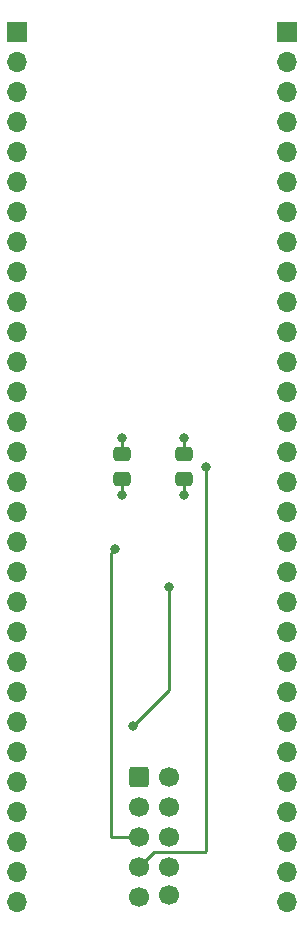
<source format=gbr>
%TF.GenerationSoftware,KiCad,Pcbnew,7.0.6-0*%
%TF.CreationDate,2023-07-17T22:06:51-07:00*%
%TF.ProjectId,84CP01,38344350-3031-42e6-9b69-6361645f7063,rev?*%
%TF.SameCoordinates,Original*%
%TF.FileFunction,Copper,L4,Bot*%
%TF.FilePolarity,Positive*%
%FSLAX46Y46*%
G04 Gerber Fmt 4.6, Leading zero omitted, Abs format (unit mm)*
G04 Created by KiCad (PCBNEW 7.0.6-0) date 2023-07-17 22:06:51*
%MOMM*%
%LPD*%
G01*
G04 APERTURE LIST*
G04 Aperture macros list*
%AMRoundRect*
0 Rectangle with rounded corners*
0 $1 Rounding radius*
0 $2 $3 $4 $5 $6 $7 $8 $9 X,Y pos of 4 corners*
0 Add a 4 corners polygon primitive as box body*
4,1,4,$2,$3,$4,$5,$6,$7,$8,$9,$2,$3,0*
0 Add four circle primitives for the rounded corners*
1,1,$1+$1,$2,$3*
1,1,$1+$1,$4,$5*
1,1,$1+$1,$6,$7*
1,1,$1+$1,$8,$9*
0 Add four rect primitives between the rounded corners*
20,1,$1+$1,$2,$3,$4,$5,0*
20,1,$1+$1,$4,$5,$6,$7,0*
20,1,$1+$1,$6,$7,$8,$9,0*
20,1,$1+$1,$8,$9,$2,$3,0*%
G04 Aperture macros list end*
%TA.AperFunction,ComponentPad*%
%ADD10RoundRect,0.250000X-0.600000X-0.600000X0.600000X-0.600000X0.600000X0.600000X-0.600000X0.600000X0*%
%TD*%
%TA.AperFunction,ComponentPad*%
%ADD11C,1.700000*%
%TD*%
%TA.AperFunction,SMDPad,CuDef*%
%ADD12RoundRect,0.250000X-0.475000X0.337500X-0.475000X-0.337500X0.475000X-0.337500X0.475000X0.337500X0*%
%TD*%
%TA.AperFunction,ComponentPad*%
%ADD13R,1.700000X1.700000*%
%TD*%
%TA.AperFunction,ComponentPad*%
%ADD14O,1.700000X1.700000*%
%TD*%
%TA.AperFunction,ViaPad*%
%ADD15C,0.800000*%
%TD*%
%TA.AperFunction,Conductor*%
%ADD16C,0.250000*%
%TD*%
G04 APERTURE END LIST*
D10*
%TO.P,J2,1,Pin_1*%
%TO.N,Net-(J2-Pin_1)*%
X108130000Y-115904000D03*
D11*
%TO.P,J2,2,Pin_2*%
%TO.N,GND*%
X110670000Y-115904000D03*
%TO.P,J2,3,Pin_3*%
%TO.N,Net-(J2-Pin_3)*%
X108130000Y-118444000D03*
%TO.P,J2,4,Pin_4*%
%TO.N,GND*%
X110670000Y-118444000D03*
%TO.P,J2,5,Pin_5*%
%TO.N,Net-(J2-Pin_5)*%
X108130000Y-120984000D03*
%TO.P,J2,6,Pin_6*%
%TO.N,GND*%
X110670000Y-120984000D03*
%TO.P,J2,7,Pin_7*%
%TO.N,Net-(J2-Pin_7)*%
X108130000Y-123524000D03*
%TO.P,J2,8,Pin_8*%
%TO.N,GND*%
X110630000Y-123524000D03*
%TO.P,J2,9,Pin_9*%
X108130000Y-126064000D03*
%TO.P,J2,10,Pin_10*%
X110630000Y-125904000D03*
%TD*%
D12*
%TO.P,C2,1*%
%TO.N,VCC*%
X106680000Y-88603000D03*
%TO.P,C2,2*%
%TO.N,GND*%
X106680000Y-90678000D03*
%TD*%
%TO.P,C1,1*%
%TO.N,VCC*%
X111887000Y-88624500D03*
%TO.P,C1,2*%
%TO.N,GND*%
X111887000Y-90699500D03*
%TD*%
D13*
%TO.P,J3,1,Pin_1*%
%TO.N,VCC*%
X120650000Y-52832000D03*
D14*
%TO.P,J3,2,Pin_2*%
X120650000Y-55372000D03*
%TO.P,J3,3,Pin_3*%
%TO.N,/J2-3*%
X120650000Y-57912000D03*
%TO.P,J3,4,Pin_4*%
%TO.N,/J2-4*%
X120650000Y-60452000D03*
%TO.P,J3,5,Pin_5*%
%TO.N,/J2-5*%
X120650000Y-62992000D03*
%TO.P,J3,6,Pin_6*%
%TO.N,/J2-6*%
X120650000Y-65532000D03*
%TO.P,J3,7,Pin_7*%
%TO.N,/J2-7*%
X120650000Y-68072000D03*
%TO.P,J3,8,Pin_8*%
%TO.N,/J2-8*%
X120650000Y-70612000D03*
%TO.P,J3,9,Pin_9*%
%TO.N,/J2-9*%
X120650000Y-73152000D03*
%TO.P,J3,10,Pin_10*%
%TO.N,/J2-10*%
X120650000Y-75692000D03*
%TO.P,J3,11,Pin_11*%
%TO.N,/J2-11*%
X120650000Y-78232000D03*
%TO.P,J3,12,Pin_12*%
%TO.N,/J2-12*%
X120650000Y-80772000D03*
%TO.P,J3,13,Pin_13*%
%TO.N,/J2-13*%
X120650000Y-83312000D03*
%TO.P,J3,14,Pin_14*%
%TO.N,/J2-14*%
X120650000Y-85852000D03*
%TO.P,J3,15,Pin_15*%
%TO.N,/J2-15*%
X120650000Y-88392000D03*
%TO.P,J3,16,Pin_16*%
%TO.N,/J2-16*%
X120650000Y-90932000D03*
%TO.P,J3,17,Pin_17*%
%TO.N,/J2-17*%
X120650000Y-93472000D03*
%TO.P,J3,18,Pin_18*%
%TO.N,/J2-18*%
X120650000Y-96012000D03*
%TO.P,J3,19,Pin_19*%
%TO.N,/J2-19*%
X120650000Y-98552000D03*
%TO.P,J3,20,Pin_20*%
%TO.N,/J2-20*%
X120650000Y-101092000D03*
%TO.P,J3,21,Pin_21*%
%TO.N,/J2-21*%
X120650000Y-103632000D03*
%TO.P,J3,22,Pin_22*%
%TO.N,/J2-22*%
X120650000Y-106172000D03*
%TO.P,J3,23,Pin_23*%
%TO.N,/J2-23*%
X120650000Y-108712000D03*
%TO.P,J3,24,Pin_24*%
%TO.N,/J2-24*%
X120650000Y-111252000D03*
%TO.P,J3,25,Pin_25*%
%TO.N,/J2-25*%
X120650000Y-113792000D03*
%TO.P,J3,26,Pin_26*%
%TO.N,/J2-26*%
X120650000Y-116332000D03*
%TO.P,J3,27,Pin_27*%
%TO.N,/J2-27*%
X120650000Y-118872000D03*
%TO.P,J3,28,Pin_28*%
%TO.N,/J2-28*%
X120650000Y-121412000D03*
%TO.P,J3,29,Pin_29*%
%TO.N,GND*%
X120650000Y-123952000D03*
%TO.P,J3,30,Pin_30*%
X120650000Y-126492000D03*
%TD*%
D13*
%TO.P,J1,1,Pin_1*%
%TO.N,VCC*%
X97790000Y-52832000D03*
D14*
%TO.P,J1,2,Pin_2*%
X97790000Y-55372000D03*
%TO.P,J1,3,Pin_3*%
%TO.N,/J1-3*%
X97790000Y-57912000D03*
%TO.P,J1,4,Pin_4*%
%TO.N,/J1-4*%
X97790000Y-60452000D03*
%TO.P,J1,5,Pin_5*%
%TO.N,/J1-5*%
X97790000Y-62992000D03*
%TO.P,J1,6,Pin_6*%
%TO.N,/J1-6*%
X97790000Y-65532000D03*
%TO.P,J1,7,Pin_7*%
%TO.N,/J1-7*%
X97790000Y-68072000D03*
%TO.P,J1,8,Pin_8*%
%TO.N,/J1-8*%
X97790000Y-70612000D03*
%TO.P,J1,9,Pin_9*%
%TO.N,/J1-9*%
X97790000Y-73152000D03*
%TO.P,J1,10,Pin_10*%
%TO.N,/J1-10*%
X97790000Y-75692000D03*
%TO.P,J1,11,Pin_11*%
%TO.N,/J1-11*%
X97790000Y-78232000D03*
%TO.P,J1,12,Pin_12*%
%TO.N,/J1-12*%
X97790000Y-80772000D03*
%TO.P,J1,13,Pin_13*%
%TO.N,/J1-13*%
X97790000Y-83312000D03*
%TO.P,J1,14,Pin_14*%
%TO.N,/J1-14*%
X97790000Y-85852000D03*
%TO.P,J1,15,Pin_15*%
%TO.N,/J1-15*%
X97790000Y-88392000D03*
%TO.P,J1,16,Pin_16*%
%TO.N,/J1-16*%
X97790000Y-90932000D03*
%TO.P,J1,17,Pin_17*%
%TO.N,/J1-17*%
X97790000Y-93472000D03*
%TO.P,J1,18,Pin_18*%
%TO.N,/J1-18*%
X97790000Y-96012000D03*
%TO.P,J1,19,Pin_19*%
%TO.N,/J1-19*%
X97790000Y-98552000D03*
%TO.P,J1,20,Pin_20*%
%TO.N,/J1-20*%
X97790000Y-101092000D03*
%TO.P,J1,21,Pin_21*%
%TO.N,/J1-21*%
X97790000Y-103632000D03*
%TO.P,J1,22,Pin_22*%
%TO.N,/J1-22*%
X97790000Y-106172000D03*
%TO.P,J1,23,Pin_23*%
%TO.N,/J1-23*%
X97790000Y-108712000D03*
%TO.P,J1,24,Pin_24*%
%TO.N,/J1-24*%
X97790000Y-111252000D03*
%TO.P,J1,25,Pin_25*%
%TO.N,/J1-25*%
X97790000Y-113792000D03*
%TO.P,J1,26,Pin_26*%
%TO.N,/J1-26*%
X97790000Y-116332000D03*
%TO.P,J1,27,Pin_27*%
%TO.N,/J1-27*%
X97790000Y-118872000D03*
%TO.P,J1,28,Pin_28*%
%TO.N,/J1-28*%
X97790000Y-121412000D03*
%TO.P,J1,29,Pin_29*%
%TO.N,GND*%
X97790000Y-123952000D03*
%TO.P,J1,30,Pin_30*%
X97790000Y-126492000D03*
%TD*%
D15*
%TO.N,VCC*%
X106680000Y-87249000D03*
X111887000Y-87249000D03*
%TO.N,GND*%
X106680000Y-92075000D03*
X111887000Y-92075000D03*
%TO.N,/J1-28*%
X110617000Y-99822000D03*
X107569000Y-111633000D03*
%TO.N,Net-(J2-Pin_5)*%
X106045000Y-96647000D03*
%TO.N,Net-(J2-Pin_7)*%
X113792000Y-89662000D03*
%TD*%
D16*
%TO.N,VCC*%
X111887000Y-88624500D02*
X111887000Y-87249000D01*
X106680000Y-87249000D02*
X106680000Y-88603000D01*
%TO.N,GND*%
X106680000Y-92075000D02*
X106680000Y-90678000D01*
X111887000Y-92075000D02*
X111887000Y-90699500D01*
%TO.N,/J1-28*%
X107569000Y-111633000D02*
X110617000Y-108585000D01*
X110617000Y-108585000D02*
X110617000Y-99822000D01*
%TO.N,Net-(J2-Pin_5)*%
X106045000Y-96647000D02*
X105765000Y-96927000D01*
X105791000Y-121031000D02*
X105838000Y-120984000D01*
X105765000Y-96927000D02*
X105765000Y-121005000D01*
X105765000Y-121005000D02*
X105791000Y-121031000D01*
X105838000Y-120984000D02*
X108130000Y-120984000D01*
%TO.N,Net-(J2-Pin_7)*%
X109353000Y-122301000D02*
X108130000Y-123524000D01*
X113665000Y-122301000D02*
X109353000Y-122301000D01*
X113792000Y-122174000D02*
X113665000Y-122301000D01*
X113792000Y-89662000D02*
X113792000Y-122174000D01*
%TD*%
M02*

</source>
